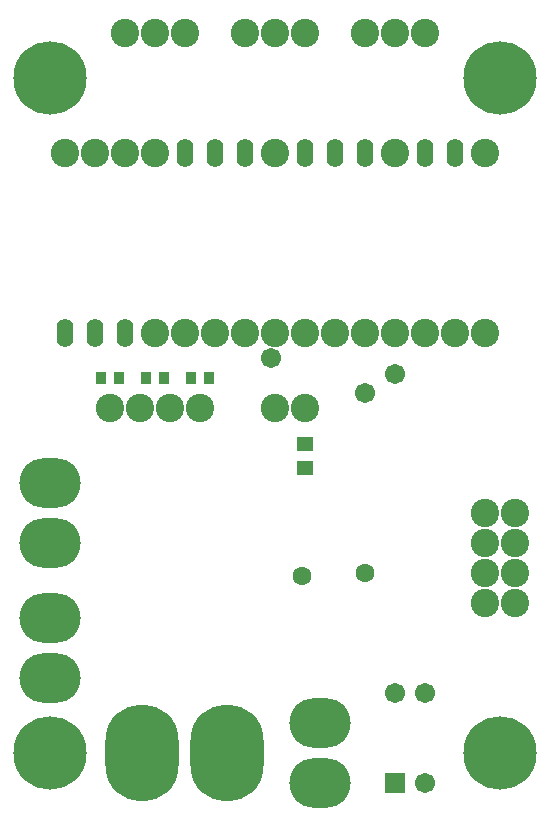
<source format=gbs>
G04 Layer_Color=16711935*
%FSLAX24Y24*%
%MOIN*%
G70*
G01*
G75*
%ADD33C,0.0671*%
%ADD34R,0.0671X0.0671*%
%ADD35O,0.2049X0.1655*%
%ADD36C,0.0946*%
%ADD37O,0.2442X0.3230*%
%ADD38O,0.0552X0.0946*%
%ADD39C,0.2442*%
%ADD40C,0.0631*%
%ADD41R,0.0580X0.0480*%
%ADD42R,0.0356X0.0434*%
G54D33*
X5000Y-9000D02*
D03*
X4000D02*
D03*
X5000Y-12000D02*
D03*
X3000Y1000D02*
D03*
X4000Y1646D02*
D03*
X-140Y2176D02*
D03*
G54D34*
X4000Y-12000D02*
D03*
G54D35*
X1500D02*
D03*
Y-10000D02*
D03*
X-7500Y-8500D02*
D03*
Y-6500D02*
D03*
Y-4000D02*
D03*
Y-2000D02*
D03*
G54D36*
X1000Y500D02*
D03*
X-0D02*
D03*
X-2500D02*
D03*
X-3500D02*
D03*
X-4500D02*
D03*
X-5500D02*
D03*
X-3000Y13000D02*
D03*
X-4000D02*
D03*
X-5000D02*
D03*
X5000D02*
D03*
X4000D02*
D03*
X3000D02*
D03*
X-4000Y3000D02*
D03*
X-3000D02*
D03*
X-2000D02*
D03*
X-1000D02*
D03*
X-0D02*
D03*
X1000D02*
D03*
X2000D02*
D03*
X3000D02*
D03*
X4000D02*
D03*
X5000D02*
D03*
X6000D02*
D03*
X7000D02*
D03*
X-7000Y9000D02*
D03*
X-6000D02*
D03*
X-5000D02*
D03*
X-4000D02*
D03*
X-0D02*
D03*
X4000D02*
D03*
X7000D02*
D03*
X1000Y13000D02*
D03*
X-0D02*
D03*
X-1000D02*
D03*
X7000Y-3000D02*
D03*
Y-4000D02*
D03*
Y-5000D02*
D03*
Y-6000D02*
D03*
X8000Y-3000D02*
D03*
Y-4000D02*
D03*
Y-5000D02*
D03*
Y-6000D02*
D03*
G54D37*
X-1583Y-11000D02*
D03*
X-4417D02*
D03*
G54D38*
X-7000Y3000D02*
D03*
X-6000D02*
D03*
X-5000D02*
D03*
X-3000Y9000D02*
D03*
X-2000D02*
D03*
X-1000D02*
D03*
X1000D02*
D03*
X2000D02*
D03*
X3000D02*
D03*
X5000D02*
D03*
X6000D02*
D03*
G54D39*
X-7500Y11500D02*
D03*
X7500D02*
D03*
Y-11000D02*
D03*
X-7500D02*
D03*
G54D40*
X906Y-5094D02*
D03*
X3000Y-5000D02*
D03*
G54D41*
X1000Y-1500D02*
D03*
Y-700D02*
D03*
G54D42*
X-5205Y1500D02*
D03*
X-5795D02*
D03*
X-4295D02*
D03*
X-3705D02*
D03*
X-2205D02*
D03*
X-2795D02*
D03*
M02*

</source>
